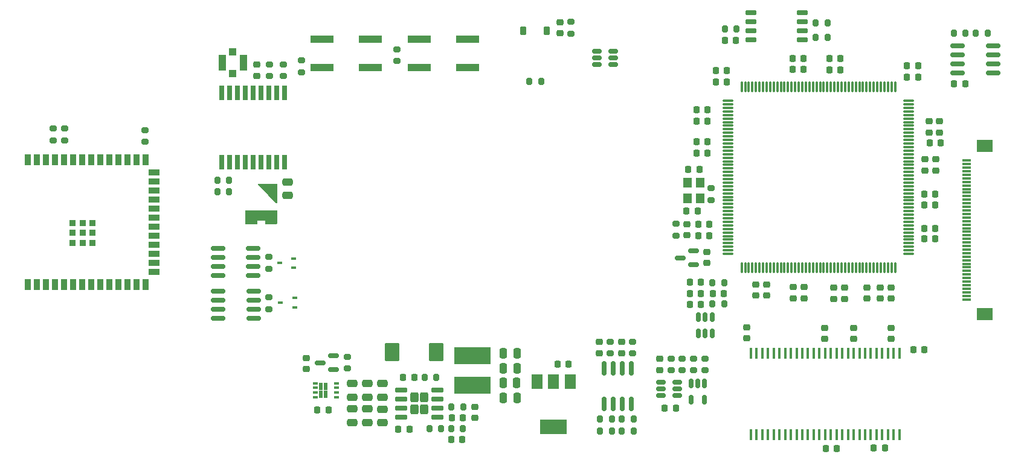
<source format=gbr>
%TF.GenerationSoftware,KiCad,Pcbnew,8.0.8*%
%TF.CreationDate,2025-03-03T12:04:37+03:00*%
%TF.ProjectId,Dash 6.8,44617368-2036-42e3-982e-6b696361645f,rev?*%
%TF.SameCoordinates,Original*%
%TF.FileFunction,Paste,Top*%
%TF.FilePolarity,Positive*%
%FSLAX46Y46*%
G04 Gerber Fmt 4.6, Leading zero omitted, Abs format (unit mm)*
G04 Created by KiCad (PCBNEW 8.0.8) date 2025-03-03 12:04:37*
%MOMM*%
%LPD*%
G01*
G04 APERTURE LIST*
G04 Aperture macros list*
%AMRoundRect*
0 Rectangle with rounded corners*
0 $1 Rounding radius*
0 $2 $3 $4 $5 $6 $7 $8 $9 X,Y pos of 4 corners*
0 Add a 4 corners polygon primitive as box body*
4,1,4,$2,$3,$4,$5,$6,$7,$8,$9,$2,$3,0*
0 Add four circle primitives for the rounded corners*
1,1,$1+$1,$2,$3*
1,1,$1+$1,$4,$5*
1,1,$1+$1,$6,$7*
1,1,$1+$1,$8,$9*
0 Add four rect primitives between the rounded corners*
20,1,$1+$1,$2,$3,$4,$5,0*
20,1,$1+$1,$4,$5,$6,$7,0*
20,1,$1+$1,$6,$7,$8,$9,0*
20,1,$1+$1,$8,$9,$2,$3,0*%
%AMFreePoly0*
4,1,15,-0.679289,1.820711,1.820711,-0.679289,1.848769,-0.734357,1.839101,-0.795399,1.795399,-0.839101,1.750000,-0.850000,-0.750000,-0.850000,-0.808779,-0.830902,-0.845106,-0.780902,-0.850000,-0.750000,-0.850000,1.750000,-0.830902,1.808779,-0.780902,1.845106,-0.719098,1.845106,-0.679289,1.820711,-0.679289,1.820711,$1*%
%AMFreePoly1*
4,1,27,-0.691221,1.330902,-0.654894,1.280902,-0.650000,1.250000,-0.650000,0.850000,0.400000,0.850000,0.400000,1.250000,0.419098,1.308779,0.469098,1.345106,0.500000,1.350000,2.000000,1.350000,2.058779,1.330902,2.095106,1.280902,2.100000,1.250000,2.100000,-0.500000,2.080902,-0.558779,2.030902,-0.595106,2.000000,-0.600000,-2.250000,-0.600000,-2.308779,-0.580902,-2.345106,-0.530902,
-2.350000,-0.500000,-2.350000,1.250000,-2.330902,1.308779,-2.280902,1.345106,-2.250000,1.350000,-0.750000,1.350000,-0.691221,1.330902,-0.691221,1.330902,$1*%
G04 Aperture macros list end*
%ADD10C,0.200000*%
%ADD11R,1.000000X1.000000*%
%ADD12R,1.050000X2.200000*%
%ADD13R,1.300000X0.300000*%
%ADD14R,2.200000X1.800000*%
%ADD15RoundRect,0.200000X-0.200000X-0.275000X0.200000X-0.275000X0.200000X0.275000X-0.200000X0.275000X0*%
%ADD16RoundRect,0.225000X0.250000X-0.225000X0.250000X0.225000X-0.250000X0.225000X-0.250000X-0.225000X0*%
%ADD17RoundRect,0.200000X0.200000X0.275000X-0.200000X0.275000X-0.200000X-0.275000X0.200000X-0.275000X0*%
%ADD18RoundRect,0.218750X0.256250X-0.218750X0.256250X0.218750X-0.256250X0.218750X-0.256250X-0.218750X0*%
%ADD19RoundRect,0.225000X0.225000X0.250000X-0.225000X0.250000X-0.225000X-0.250000X0.225000X-0.250000X0*%
%ADD20R,3.200000X1.000000*%
%ADD21RoundRect,0.150000X-0.825000X-0.150000X0.825000X-0.150000X0.825000X0.150000X-0.825000X0.150000X0*%
%ADD22RoundRect,0.225000X-0.225000X-0.250000X0.225000X-0.250000X0.225000X0.250000X-0.225000X0.250000X0*%
%ADD23RoundRect,0.075000X-0.675000X-0.075000X0.675000X-0.075000X0.675000X0.075000X-0.675000X0.075000X0*%
%ADD24RoundRect,0.075000X-0.075000X-0.675000X0.075000X-0.675000X0.075000X0.675000X-0.075000X0.675000X0*%
%ADD25RoundRect,0.200000X-0.275000X0.200000X-0.275000X-0.200000X0.275000X-0.200000X0.275000X0.200000X0*%
%ADD26R,0.600000X1.000000*%
%ADD27R,0.700000X0.420000*%
%ADD28RoundRect,0.225000X-0.250000X0.225000X-0.250000X-0.225000X0.250000X-0.225000X0.250000X0.225000X0*%
%ADD29RoundRect,0.150000X0.825000X0.150000X-0.825000X0.150000X-0.825000X-0.150000X0.825000X-0.150000X0*%
%ADD30R,0.900000X0.900000*%
%ADD31R,0.900000X1.500000*%
%ADD32R,1.500000X0.900000*%
%ADD33R,0.700000X0.450000*%
%ADD34RoundRect,0.200000X0.275000X-0.200000X0.275000X0.200000X-0.275000X0.200000X-0.275000X-0.200000X0*%
%ADD35RoundRect,0.150000X-0.150000X0.512500X-0.150000X-0.512500X0.150000X-0.512500X0.150000X0.512500X0*%
%ADD36RoundRect,0.218750X0.218750X0.256250X-0.218750X0.256250X-0.218750X-0.256250X0.218750X-0.256250X0*%
%ADD37R,0.458000X1.510000*%
%ADD38RoundRect,0.250000X0.787500X1.025000X-0.787500X1.025000X-0.787500X-1.025000X0.787500X-1.025000X0*%
%ADD39RoundRect,0.250000X0.475000X-0.250000X0.475000X0.250000X-0.475000X0.250000X-0.475000X-0.250000X0*%
%ADD40RoundRect,0.150000X-0.512500X-0.150000X0.512500X-0.150000X0.512500X0.150000X-0.512500X0.150000X0*%
%ADD41RoundRect,0.250000X-0.250000X-0.475000X0.250000X-0.475000X0.250000X0.475000X-0.250000X0.475000X0*%
%ADD42RoundRect,0.150000X-0.150000X0.825000X-0.150000X-0.825000X0.150000X-0.825000X0.150000X0.825000X0*%
%ADD43RoundRect,0.225000X-0.225000X-0.375000X0.225000X-0.375000X0.225000X0.375000X-0.225000X0.375000X0*%
%ADD44RoundRect,0.150000X0.650000X0.150000X-0.650000X0.150000X-0.650000X-0.150000X0.650000X-0.150000X0*%
%ADD45RoundRect,0.150000X0.587500X0.150000X-0.587500X0.150000X-0.587500X-0.150000X0.587500X-0.150000X0*%
%ADD46R,0.700000X2.000000*%
%ADD47R,5.100000X2.350000*%
%ADD48RoundRect,0.250000X-0.475000X0.250000X-0.475000X-0.250000X0.475000X-0.250000X0.475000X0.250000X0*%
%ADD49FreePoly0,180.000000*%
%ADD50FreePoly1,180.000000*%
%ADD51R,1.500000X2.000000*%
%ADD52R,3.800000X2.000000*%
%ADD53R,1.200000X1.400000*%
%ADD54RoundRect,0.250000X-0.315000X-0.460000X0.315000X-0.460000X0.315000X0.460000X-0.315000X0.460000X0*%
%ADD55RoundRect,0.150000X-0.737500X-0.150000X0.737500X-0.150000X0.737500X0.150000X-0.737500X0.150000X0*%
G04 APERTURE END LIST*
D10*
%TO.C,C68*%
X119045000Y-106330000D02*
X116545000Y-103830000D01*
X119045000Y-103830000D01*
X119045000Y-106330000D01*
G36*
X119045000Y-106330000D02*
G01*
X116545000Y-103830000D01*
X119045000Y-103830000D01*
X119045000Y-106330000D01*
G37*
X119045000Y-109330000D02*
X117545000Y-109330000D01*
X117545000Y-108830000D01*
X116295000Y-108830000D01*
X116295000Y-109330000D01*
X114795000Y-109330000D01*
X114795000Y-107580000D01*
X119045000Y-107580000D01*
X119045000Y-109330000D01*
G36*
X119045000Y-109330000D02*
G01*
X117545000Y-109330000D01*
X117545000Y-108830000D01*
X116295000Y-108830000D01*
X116295000Y-109330000D01*
X114795000Y-109330000D01*
X114795000Y-107580000D01*
X119045000Y-107580000D01*
X119045000Y-109330000D01*
G37*
%TD*%
D11*
%TO.C,J3*%
X112925000Y-85200000D03*
D12*
X114400000Y-86700000D03*
D11*
X112925000Y-88200000D03*
D12*
X111450000Y-86700000D03*
%TD*%
D13*
%TO.C,J4*%
X215800000Y-100450000D03*
X215800000Y-100950000D03*
X215800000Y-101450000D03*
X215800000Y-101950000D03*
X215800000Y-102450000D03*
X215800000Y-102950000D03*
X215800000Y-103450000D03*
X215800000Y-103950000D03*
X215800000Y-104450000D03*
X215800000Y-104950000D03*
X215800000Y-105450000D03*
X215800000Y-105950000D03*
X215800000Y-106450000D03*
X215800000Y-106950000D03*
X215800000Y-107450000D03*
X215800000Y-107950000D03*
X215800000Y-108450000D03*
X215800000Y-108950000D03*
X215800000Y-109450000D03*
X215800000Y-109950000D03*
X215800000Y-110450000D03*
X215800000Y-110950000D03*
X215800000Y-111450000D03*
X215800000Y-111950000D03*
X215800000Y-112450000D03*
X215800000Y-112950000D03*
X215800000Y-113450000D03*
X215800000Y-113950000D03*
X215800000Y-114450000D03*
X215800000Y-114950000D03*
X215800000Y-115450000D03*
X215800000Y-115950000D03*
X215800000Y-116450000D03*
X215800000Y-116950000D03*
X215800000Y-117450000D03*
X215800000Y-117950000D03*
X215800000Y-118450000D03*
X215800000Y-118950000D03*
X215800000Y-119450000D03*
X215800000Y-119950000D03*
D14*
X218350000Y-98400000D03*
X218350000Y-122000000D03*
%TD*%
D15*
%TO.C,R11*%
X194625000Y-81150000D03*
X196275000Y-81150000D03*
%TD*%
D16*
%TO.C,C34*%
X199950000Y-125475000D03*
X199950000Y-123925000D03*
%TD*%
D17*
%TO.C,R18*%
X141475000Y-130885000D03*
X139825000Y-130885000D03*
%TD*%
D15*
%TO.C,R24*%
X164425000Y-136762500D03*
X166075000Y-136762500D03*
%TD*%
D18*
%TO.C,L2*%
X116300000Y-88537500D03*
X116300000Y-86962500D03*
%TD*%
D15*
%TO.C,R20*%
X110782500Y-103180000D03*
X112432500Y-103180000D03*
%TD*%
D19*
%TO.C,C51*%
X138375000Y-130885000D03*
X136825000Y-130885000D03*
%TD*%
D15*
%TO.C,R21*%
X110782500Y-104830000D03*
X112432500Y-104830000D03*
%TD*%
D20*
%TO.C,SW2*%
X125400000Y-83400000D03*
X132200000Y-83400000D03*
X125400000Y-87400000D03*
X132200000Y-87400000D03*
%TD*%
D17*
%TO.C,R14*%
X145175000Y-138110000D03*
X143525000Y-138110000D03*
%TD*%
D21*
%TO.C,U3*%
X110900000Y-118800000D03*
X110900000Y-120070000D03*
X110900000Y-121340000D03*
X110900000Y-122610000D03*
X115850000Y-122610000D03*
X115850000Y-121340000D03*
X115850000Y-120070000D03*
X115850000Y-118800000D03*
%TD*%
D22*
%TO.C,C10*%
X207425000Y-88700000D03*
X208975000Y-88700000D03*
%TD*%
D23*
%TO.C,U4*%
X182325000Y-92050000D03*
X182325000Y-92550000D03*
X182325000Y-93050000D03*
X182325000Y-93550000D03*
X182325000Y-94050000D03*
X182325000Y-94550000D03*
X182325000Y-95050000D03*
X182325000Y-95550000D03*
X182325000Y-96050000D03*
X182325000Y-96550000D03*
X182325000Y-97050000D03*
X182325000Y-97550000D03*
X182325000Y-98050000D03*
X182325000Y-98550000D03*
X182325000Y-99050000D03*
X182325000Y-99550000D03*
X182325000Y-100050000D03*
X182325000Y-100550000D03*
X182325000Y-101050000D03*
X182325000Y-101550000D03*
X182325000Y-102050000D03*
X182325000Y-102550000D03*
X182325000Y-103050000D03*
X182325000Y-103550000D03*
X182325000Y-104050000D03*
X182325000Y-104550000D03*
X182325000Y-105050000D03*
X182325000Y-105550000D03*
X182325000Y-106050000D03*
X182325000Y-106550000D03*
X182325000Y-107050000D03*
X182325000Y-107550000D03*
X182325000Y-108050000D03*
X182325000Y-108550000D03*
X182325000Y-109050000D03*
X182325000Y-109550000D03*
X182325000Y-110050000D03*
X182325000Y-110550000D03*
X182325000Y-111050000D03*
X182325000Y-111550000D03*
X182325000Y-112050000D03*
X182325000Y-112550000D03*
X182325000Y-113050000D03*
X182325000Y-113550000D03*
D24*
X184250000Y-115475000D03*
X184750000Y-115475000D03*
X185250000Y-115475000D03*
X185750000Y-115475000D03*
X186250000Y-115475000D03*
X186750000Y-115475000D03*
X187250000Y-115475000D03*
X187750000Y-115475000D03*
X188250000Y-115475000D03*
X188750000Y-115475000D03*
X189250000Y-115475000D03*
X189750000Y-115475000D03*
X190250000Y-115475000D03*
X190750000Y-115475000D03*
X191250000Y-115475000D03*
X191750000Y-115475000D03*
X192250000Y-115475000D03*
X192750000Y-115475000D03*
X193250000Y-115475000D03*
X193750000Y-115475000D03*
X194250000Y-115475000D03*
X194750000Y-115475000D03*
X195250000Y-115475000D03*
X195750000Y-115475000D03*
X196250000Y-115475000D03*
X196750000Y-115475000D03*
X197250000Y-115475000D03*
X197750000Y-115475000D03*
X198250000Y-115475000D03*
X198750000Y-115475000D03*
X199250000Y-115475000D03*
X199750000Y-115475000D03*
X200250000Y-115475000D03*
X200750000Y-115475000D03*
X201250000Y-115475000D03*
X201750000Y-115475000D03*
X202250000Y-115475000D03*
X202750000Y-115475000D03*
X203250000Y-115475000D03*
X203750000Y-115475000D03*
X204250000Y-115475000D03*
X204750000Y-115475000D03*
X205250000Y-115475000D03*
X205750000Y-115475000D03*
D23*
X207675000Y-113550000D03*
X207675000Y-113050000D03*
X207675000Y-112550000D03*
X207675000Y-112050000D03*
X207675000Y-111550000D03*
X207675000Y-111050000D03*
X207675000Y-110550000D03*
X207675000Y-110050000D03*
X207675000Y-109550000D03*
X207675000Y-109050000D03*
X207675000Y-108550000D03*
X207675000Y-108050000D03*
X207675000Y-107550000D03*
X207675000Y-107050000D03*
X207675000Y-106550000D03*
X207675000Y-106050000D03*
X207675000Y-105550000D03*
X207675000Y-105050000D03*
X207675000Y-104550000D03*
X207675000Y-104050000D03*
X207675000Y-103550000D03*
X207675000Y-103050000D03*
X207675000Y-102550000D03*
X207675000Y-102050000D03*
X207675000Y-101550000D03*
X207675000Y-101050000D03*
X207675000Y-100550000D03*
X207675000Y-100050000D03*
X207675000Y-99550000D03*
X207675000Y-99050000D03*
X207675000Y-98550000D03*
X207675000Y-98050000D03*
X207675000Y-97550000D03*
X207675000Y-97050000D03*
X207675000Y-96550000D03*
X207675000Y-96050000D03*
X207675000Y-95550000D03*
X207675000Y-95050000D03*
X207675000Y-94550000D03*
X207675000Y-94050000D03*
X207675000Y-93550000D03*
X207675000Y-93050000D03*
X207675000Y-92550000D03*
X207675000Y-92050000D03*
D24*
X205750000Y-90125000D03*
X205250000Y-90125000D03*
X204750000Y-90125000D03*
X204250000Y-90125000D03*
X203750000Y-90125000D03*
X203250000Y-90125000D03*
X202750000Y-90125000D03*
X202250000Y-90125000D03*
X201750000Y-90125000D03*
X201250000Y-90125000D03*
X200750000Y-90125000D03*
X200250000Y-90125000D03*
X199750000Y-90125000D03*
X199250000Y-90125000D03*
X198750000Y-90125000D03*
X198250000Y-90125000D03*
X197750000Y-90125000D03*
X197250000Y-90125000D03*
X196750000Y-90125000D03*
X196250000Y-90125000D03*
X195750000Y-90125000D03*
X195250000Y-90125000D03*
X194750000Y-90125000D03*
X194250000Y-90125000D03*
X193750000Y-90125000D03*
X193250000Y-90125000D03*
X192750000Y-90125000D03*
X192250000Y-90125000D03*
X191750000Y-90125000D03*
X191250000Y-90125000D03*
X190750000Y-90125000D03*
X190250000Y-90125000D03*
X189750000Y-90125000D03*
X189250000Y-90125000D03*
X188750000Y-90125000D03*
X188250000Y-90125000D03*
X187750000Y-90125000D03*
X187250000Y-90125000D03*
X186750000Y-90125000D03*
X186250000Y-90125000D03*
X185750000Y-90125000D03*
X185250000Y-90125000D03*
X184750000Y-90125000D03*
X184250000Y-90125000D03*
%TD*%
D22*
%TO.C,C45*%
X180187500Y-119100000D03*
X181737500Y-119100000D03*
%TD*%
D16*
%TO.C,C39*%
X205200000Y-125475000D03*
X205200000Y-123925000D03*
%TD*%
D19*
%TO.C,C23*%
X182175000Y-87800000D03*
X180625000Y-87800000D03*
%TD*%
D16*
%TO.C,C38*%
X176600000Y-110950000D03*
X176600000Y-109400000D03*
%TD*%
D25*
%TO.C,R31*%
X177487500Y-128262500D03*
X177487500Y-129912500D03*
%TD*%
D20*
%TO.C,SW1*%
X145850000Y-87400000D03*
X139050000Y-87400000D03*
X145850000Y-83400000D03*
X139050000Y-83400000D03*
%TD*%
D16*
%TO.C,C43*%
X195900000Y-125475000D03*
X195900000Y-123925000D03*
%TD*%
D17*
%TO.C,R36*%
X218725000Y-82600000D03*
X217075000Y-82600000D03*
%TD*%
D22*
%TO.C,C17*%
X209825000Y-105200000D03*
X211375000Y-105200000D03*
%TD*%
%TO.C,C32*%
X176987500Y-117550000D03*
X178537500Y-117550000D03*
%TD*%
D17*
%TO.C,R33*%
X166075000Y-138412500D03*
X164425000Y-138412500D03*
%TD*%
D25*
%TO.C,R2*%
X118030000Y-119675000D03*
X118030000Y-121325000D03*
%TD*%
%TO.C,R8*%
X180000000Y-104325000D03*
X180000000Y-105975000D03*
%TD*%
D17*
%TO.C,R10*%
X183525000Y-82000000D03*
X181875000Y-82000000D03*
%TD*%
D19*
%TO.C,C6*%
X192925000Y-86120000D03*
X191375000Y-86120000D03*
%TD*%
D25*
%TO.C,R3*%
X175050000Y-109350000D03*
X175050000Y-111000000D03*
%TD*%
D26*
%TO.C,Q1*%
X125985000Y-133265000D03*
X125985000Y-132135000D03*
X125275000Y-133265000D03*
X125275000Y-132135000D03*
D27*
X124505000Y-133675000D03*
X124505000Y-133025000D03*
X124505000Y-132375000D03*
X124505000Y-131725000D03*
X127505000Y-133675000D03*
X127505000Y-133025000D03*
X127505000Y-132375000D03*
X127505000Y-131725000D03*
%TD*%
D28*
%TO.C,C19*%
X193000000Y-118225000D03*
X193000000Y-119775000D03*
%TD*%
D17*
%TO.C,R32*%
X169125000Y-138412500D03*
X167475000Y-138412500D03*
%TD*%
D16*
%TO.C,C44*%
X158775000Y-82550000D03*
X158775000Y-81000000D03*
%TD*%
D29*
%TO.C,U15*%
X219475000Y-88105000D03*
X219475000Y-86835000D03*
X219475000Y-85565000D03*
X219475000Y-84295000D03*
X214525000Y-84295000D03*
X214525000Y-85565000D03*
X214525000Y-86835000D03*
X214525000Y-88105000D03*
%TD*%
D30*
%TO.C,U5*%
X90500000Y-112000000D03*
X91900000Y-112000000D03*
X93300000Y-112000000D03*
X90500000Y-110600000D03*
X91900000Y-110600000D03*
X93300000Y-110600000D03*
X90500000Y-109200000D03*
X91900000Y-109200000D03*
X93300000Y-109200000D03*
D31*
X84180000Y-117850000D03*
X85450000Y-117850000D03*
X86720000Y-117850000D03*
X87990000Y-117850000D03*
X89260000Y-117850000D03*
X90530000Y-117850000D03*
X91800000Y-117850000D03*
X93070000Y-117850000D03*
X94340000Y-117850000D03*
X95610000Y-117850000D03*
X96880000Y-117850000D03*
X98150000Y-117850000D03*
X99420000Y-117850000D03*
X100690000Y-117850000D03*
D32*
X101940000Y-116085000D03*
X101940000Y-114815000D03*
X101940000Y-113545000D03*
X101940000Y-112275000D03*
X101940000Y-111005000D03*
X101940000Y-109735000D03*
X101940000Y-108465000D03*
X101940000Y-107195000D03*
X101940000Y-105925000D03*
X101940000Y-104655000D03*
X101940000Y-103385000D03*
X101940000Y-102115000D03*
D31*
X100690000Y-100350000D03*
X99420000Y-100350000D03*
X98150000Y-100350000D03*
X96880000Y-100350000D03*
X95610000Y-100350000D03*
X94340000Y-100350000D03*
X93070000Y-100350000D03*
X91800000Y-100350000D03*
X90530000Y-100350000D03*
X89260000Y-100350000D03*
X87990000Y-100350000D03*
X86720000Y-100350000D03*
X85450000Y-100350000D03*
X84180000Y-100350000D03*
%TD*%
D33*
%TO.C,D2*%
X121600000Y-121050000D03*
X121600000Y-119750000D03*
X119600000Y-120400000D03*
%TD*%
D16*
%TO.C,C50*%
X123220000Y-129720000D03*
X123220000Y-128170000D03*
%TD*%
D25*
%TO.C,R27*%
X89400000Y-95975000D03*
X89400000Y-97625000D03*
%TD*%
D28*
%TO.C,C22*%
X205200000Y-118275000D03*
X205200000Y-119825000D03*
%TD*%
%TO.C,C18*%
X198700000Y-118325000D03*
X198700000Y-119875000D03*
%TD*%
%TO.C,C71*%
X164300000Y-125937500D03*
X164300000Y-127487500D03*
%TD*%
D34*
%TO.C,R5*%
X160350000Y-82625000D03*
X160350000Y-80975000D03*
%TD*%
D35*
%TO.C,U12*%
X179037500Y-131750000D03*
X178087500Y-131750000D03*
X177137500Y-131750000D03*
X177137500Y-134025000D03*
X179037500Y-134025000D03*
%TD*%
D19*
%TO.C,C30*%
X179475000Y-99447500D03*
X177925000Y-99447500D03*
%TD*%
D28*
%TO.C,C7*%
X209950000Y-100275000D03*
X209950000Y-101825000D03*
%TD*%
D15*
%TO.C,R9*%
X180137500Y-117600000D03*
X181787500Y-117600000D03*
%TD*%
D36*
%TO.C,FB1*%
X178550000Y-120650000D03*
X176975000Y-120650000D03*
%TD*%
D28*
%TO.C,C8*%
X203650000Y-118275000D03*
X203650000Y-119825000D03*
%TD*%
D19*
%TO.C,C28*%
X192925000Y-87670000D03*
X191375000Y-87670000D03*
%TD*%
D25*
%TO.C,R35*%
X100600000Y-96150000D03*
X100600000Y-97800000D03*
%TD*%
D37*
%TO.C,U14*%
X206350000Y-127475000D03*
X205550000Y-127475000D03*
X204750000Y-127475000D03*
X203950000Y-127475000D03*
X203150000Y-127475000D03*
X202350000Y-127475000D03*
X201550000Y-127475000D03*
X200750000Y-127475000D03*
X199950000Y-127475000D03*
X199150000Y-127475000D03*
X198350000Y-127475000D03*
X197550000Y-127475000D03*
X196750000Y-127475000D03*
X195950000Y-127475000D03*
X195150000Y-127475000D03*
X194350000Y-127475000D03*
X193550000Y-127475000D03*
X192750000Y-127475000D03*
X191950000Y-127475000D03*
X191150000Y-127475000D03*
X190350000Y-127475000D03*
X189550000Y-127475000D03*
X188750000Y-127475000D03*
X187950000Y-127475000D03*
X187150000Y-127475000D03*
X186350000Y-127475000D03*
X185550000Y-127475000D03*
X185550000Y-138975000D03*
X186350000Y-138975000D03*
X187150000Y-138975000D03*
X187950000Y-138975000D03*
X188750000Y-138975000D03*
X189550000Y-138975000D03*
X190350000Y-138975000D03*
X191150000Y-138975000D03*
X191950000Y-138975000D03*
X192750000Y-138975000D03*
X193550000Y-138975000D03*
X194350000Y-138975000D03*
X195150000Y-138975000D03*
X195950000Y-138975000D03*
X196750000Y-138975000D03*
X197550000Y-138975000D03*
X198350000Y-138975000D03*
X199150000Y-138975000D03*
X199950000Y-138975000D03*
X200750000Y-138975000D03*
X201550000Y-138975000D03*
X202350000Y-138975000D03*
X203150000Y-138975000D03*
X203950000Y-138975000D03*
X204750000Y-138975000D03*
X205550000Y-138975000D03*
X206350000Y-138975000D03*
%TD*%
D38*
%TO.C,C67*%
X141462500Y-127310000D03*
X135237500Y-127310000D03*
%TD*%
D25*
%TO.C,R1*%
X118000000Y-113975000D03*
X118000000Y-115625000D03*
%TD*%
D34*
%TO.C,R4*%
X135950000Y-86475000D03*
X135950000Y-84825000D03*
%TD*%
D39*
%TO.C,C53*%
X129687500Y-133665000D03*
X129687500Y-131765000D03*
%TD*%
D22*
%TO.C,C59*%
X158450000Y-129030000D03*
X160000000Y-129030000D03*
%TD*%
D40*
%TO.C,U6*%
X163987500Y-85075000D03*
X163987500Y-86025000D03*
X163987500Y-86975000D03*
X166262500Y-86975000D03*
X166262500Y-86025000D03*
X166262500Y-85075000D03*
%TD*%
D39*
%TO.C,C69*%
X120607500Y-105330000D03*
X120607500Y-103430000D03*
%TD*%
D28*
%TO.C,C36*%
X201800000Y-118275000D03*
X201800000Y-119825000D03*
%TD*%
D22*
%TO.C,C40*%
X202775000Y-140800000D03*
X204325000Y-140800000D03*
%TD*%
D17*
%TO.C,R6*%
X156150000Y-89325000D03*
X154500000Y-89325000D03*
%TD*%
D41*
%TO.C,C64*%
X150850000Y-129610000D03*
X152750000Y-129610000D03*
%TD*%
D34*
%TO.C,R28*%
X174337500Y-129912500D03*
X174337500Y-128262500D03*
%TD*%
D28*
%TO.C,C27*%
X211500000Y-100275000D03*
X211500000Y-101825000D03*
%TD*%
D19*
%TO.C,C31*%
X178537500Y-119100000D03*
X176987500Y-119100000D03*
%TD*%
D41*
%TO.C,C65*%
X150837500Y-131700000D03*
X152737500Y-131700000D03*
%TD*%
D19*
%TO.C,C48*%
X183475000Y-83585000D03*
X181925000Y-83585000D03*
%TD*%
D17*
%TO.C,R37*%
X215625000Y-82600000D03*
X213975000Y-82600000D03*
%TD*%
D22*
%TO.C,C58*%
X136125000Y-138160000D03*
X137675000Y-138160000D03*
%TD*%
%TO.C,C35*%
X208325000Y-127000000D03*
X209875000Y-127000000D03*
%TD*%
D42*
%TO.C,U11*%
X168810000Y-129650000D03*
X167540000Y-129650000D03*
X166270000Y-129650000D03*
X165000000Y-129650000D03*
X165000000Y-134600000D03*
X166270000Y-134600000D03*
X167540000Y-134600000D03*
X168810000Y-134600000D03*
%TD*%
D22*
%TO.C,C46*%
X176775000Y-101700000D03*
X178325000Y-101700000D03*
%TD*%
D40*
%TO.C,D5*%
X172962500Y-131577017D03*
X172962500Y-132527017D03*
X172962500Y-133477017D03*
X175237500Y-133477017D03*
X175237500Y-132527017D03*
X175237500Y-131577017D03*
%TD*%
D17*
%TO.C,R17*%
X142125000Y-138110000D03*
X140475000Y-138110000D03*
%TD*%
D39*
%TO.C,C52*%
X131787500Y-133665000D03*
X131787500Y-131765000D03*
%TD*%
D17*
%TO.C,R12*%
X196275000Y-83150000D03*
X194625000Y-83150000D03*
%TD*%
D22*
%TO.C,C49*%
X124795000Y-135495000D03*
X126345000Y-135495000D03*
%TD*%
D19*
%TO.C,C24*%
X198075000Y-87700000D03*
X196525000Y-87700000D03*
%TD*%
D33*
%TO.C,D1*%
X121500000Y-115500000D03*
X121500000Y-114200000D03*
X119500000Y-114850000D03*
%TD*%
D19*
%TO.C,C5*%
X182175000Y-89400000D03*
X180625000Y-89400000D03*
%TD*%
D43*
%TO.C,D3*%
X153600000Y-82250000D03*
X156900000Y-82250000D03*
%TD*%
D22*
%TO.C,C16*%
X209825000Y-106700000D03*
X211375000Y-106700000D03*
%TD*%
D28*
%TO.C,C20*%
X187750000Y-117875000D03*
X187750000Y-119425000D03*
%TD*%
%TO.C,C61*%
X146850000Y-135035000D03*
X146850000Y-136585000D03*
%TD*%
D44*
%TO.C,U7*%
X192750000Y-83505000D03*
X192750000Y-82235000D03*
X192750000Y-80965000D03*
X192750000Y-79695000D03*
X185550000Y-79695000D03*
X185550000Y-80965000D03*
X185550000Y-82235000D03*
X185550000Y-83505000D03*
%TD*%
D19*
%TO.C,C62*%
X145075000Y-139660000D03*
X143525000Y-139660000D03*
%TD*%
D45*
%TO.C,D6*%
X127057500Y-129795000D03*
X127057500Y-127895000D03*
X125182500Y-128845000D03*
%TD*%
D21*
%TO.C,U2*%
X110875000Y-112795000D03*
X110875000Y-114065000D03*
X110875000Y-115335000D03*
X110875000Y-116605000D03*
X115825000Y-116605000D03*
X115825000Y-115335000D03*
X115825000Y-114065000D03*
X115825000Y-112795000D03*
%TD*%
D19*
%TO.C,C47*%
X178075000Y-107550000D03*
X176525000Y-107550000D03*
%TD*%
%TO.C,C3*%
X179475000Y-97800000D03*
X177925000Y-97800000D03*
%TD*%
D17*
%TO.C,R7*%
X181787500Y-120600000D03*
X180137500Y-120600000D03*
%TD*%
D34*
%TO.C,R25*%
X122600000Y-88025000D03*
X122600000Y-86375000D03*
%TD*%
D45*
%TO.C,U1*%
X177487500Y-115050000D03*
X177487500Y-113150000D03*
X175612500Y-114100000D03*
%TD*%
D46*
%TO.C,U10*%
X111400000Y-100650000D03*
X112500000Y-100650000D03*
X113600000Y-100650000D03*
X114700000Y-100650000D03*
X115800000Y-100650000D03*
X116900000Y-100650000D03*
X118000000Y-100650000D03*
X119100000Y-100650000D03*
X120200000Y-100650000D03*
X120200000Y-90950000D03*
X119100000Y-90950000D03*
X118000000Y-90950000D03*
X116900000Y-90950000D03*
X115800000Y-90950000D03*
X114700000Y-90950000D03*
X113600000Y-90950000D03*
X112500000Y-90950000D03*
X111400000Y-90950000D03*
%TD*%
D47*
%TO.C,L1*%
X146550000Y-132035000D03*
X146550000Y-127885000D03*
%TD*%
D16*
%TO.C,C42*%
X185000000Y-125425000D03*
X185000000Y-123875000D03*
%TD*%
D25*
%TO.C,R30*%
X179087500Y-128262500D03*
X179087500Y-129912500D03*
%TD*%
%TO.C,R13*%
X129020000Y-128020000D03*
X129020000Y-129670000D03*
%TD*%
D22*
%TO.C,C25*%
X207425000Y-87100000D03*
X208975000Y-87100000D03*
%TD*%
D19*
%TO.C,C4*%
X179475000Y-93350000D03*
X177925000Y-93350000D03*
%TD*%
D28*
%TO.C,C14*%
X186200000Y-117875000D03*
X186200000Y-119425000D03*
%TD*%
%TO.C,C12*%
X191500000Y-118225000D03*
X191500000Y-119775000D03*
%TD*%
%TO.C,C26*%
X212000000Y-94955000D03*
X212000000Y-96505000D03*
%TD*%
%TO.C,C11*%
X197150000Y-118325000D03*
X197150000Y-119875000D03*
%TD*%
D22*
%TO.C,C74*%
X214025000Y-89700000D03*
X215575000Y-89700000D03*
%TD*%
D34*
%TO.C,R29*%
X175887500Y-129912500D03*
X175887500Y-128262500D03*
%TD*%
D48*
%TO.C,C55*%
X131787500Y-135315000D03*
X131787500Y-137215000D03*
%TD*%
D49*
%TO.C,C68*%
X118295000Y-104580000D03*
D50*
X116795000Y-108080000D03*
%TD*%
D19*
%TO.C,C1*%
X179720000Y-109425000D03*
X178170000Y-109425000D03*
%TD*%
D16*
%TO.C,C70*%
X167400000Y-127487500D03*
X167400000Y-125937500D03*
%TD*%
D22*
%TO.C,C60*%
X143625000Y-136560000D03*
X145175000Y-136560000D03*
%TD*%
D28*
%TO.C,C33*%
X179350000Y-113275000D03*
X179350000Y-114825000D03*
%TD*%
%TO.C,C73*%
X172737500Y-128320000D03*
X172737500Y-129870000D03*
%TD*%
D51*
%TO.C,U9*%
X160200000Y-131530000D03*
X157900000Y-131530000D03*
D52*
X157900000Y-137830000D03*
D51*
X155600000Y-131530000D03*
%TD*%
D53*
%TO.C,Y1*%
X176700000Y-103550000D03*
X176700000Y-105750000D03*
X178400000Y-105750000D03*
X178400000Y-103550000D03*
%TD*%
D17*
%TO.C,R26*%
X169125000Y-136762500D03*
X167475000Y-136762500D03*
%TD*%
D15*
%TO.C,R15*%
X143575000Y-135010000D03*
X145225000Y-135010000D03*
%TD*%
D19*
%TO.C,C2*%
X179475000Y-94900000D03*
X177925000Y-94900000D03*
%TD*%
D35*
%TO.C,D4*%
X180100000Y-122462500D03*
X179150000Y-122462500D03*
X178200000Y-122462500D03*
X178200000Y-124737500D03*
X179150000Y-124737500D03*
X180100000Y-124737500D03*
%TD*%
D25*
%TO.C,R22*%
X168950000Y-125887500D03*
X168950000Y-127537500D03*
%TD*%
D54*
%TO.C,U8*%
X138407500Y-133715000D03*
X138407500Y-135415000D03*
X139767500Y-133715000D03*
X139767500Y-135415000D03*
D55*
X136525000Y-132660000D03*
X136525000Y-133930000D03*
X136525000Y-135200000D03*
X136525000Y-136470000D03*
X141650000Y-136470000D03*
X141650000Y-135200000D03*
X141650000Y-133930000D03*
X141650000Y-132660000D03*
%TD*%
D41*
%TO.C,C66*%
X150850000Y-133800000D03*
X152750000Y-133800000D03*
%TD*%
D19*
%TO.C,C41*%
X197600000Y-140900000D03*
X196050000Y-140900000D03*
%TD*%
D39*
%TO.C,C57*%
X133937500Y-133665000D03*
X133937500Y-131765000D03*
%TD*%
D19*
%TO.C,C9*%
X198075000Y-86150000D03*
X196525000Y-86150000D03*
%TD*%
D22*
%TO.C,C37*%
X210625000Y-98000000D03*
X212175000Y-98000000D03*
%TD*%
D41*
%TO.C,C63*%
X150850000Y-127500000D03*
X152750000Y-127500000D03*
%TD*%
D34*
%TO.C,R19*%
X118065000Y-88582500D03*
X118065000Y-86932500D03*
%TD*%
D22*
%TO.C,C13*%
X209825000Y-111450000D03*
X211375000Y-111450000D03*
%TD*%
%TO.C,C21*%
X209825000Y-109950000D03*
X211375000Y-109950000D03*
%TD*%
D25*
%TO.C,R34*%
X87800000Y-95975000D03*
X87800000Y-97625000D03*
%TD*%
D28*
%TO.C,C15*%
X210500000Y-94955000D03*
X210500000Y-96505000D03*
%TD*%
D25*
%TO.C,R16*%
X120050000Y-86925000D03*
X120050000Y-88575000D03*
%TD*%
D48*
%TO.C,C56*%
X129687500Y-135315000D03*
X129687500Y-137215000D03*
%TD*%
%TO.C,C54*%
X133937500Y-135365000D03*
X133937500Y-137265000D03*
%TD*%
D22*
%TO.C,C72*%
X173462500Y-135187500D03*
X175012500Y-135187500D03*
%TD*%
D19*
%TO.C,C29*%
X179725000Y-110975000D03*
X178175000Y-110975000D03*
%TD*%
D25*
%TO.C,R23*%
X165850000Y-125887500D03*
X165850000Y-127537500D03*
%TD*%
M02*

</source>
